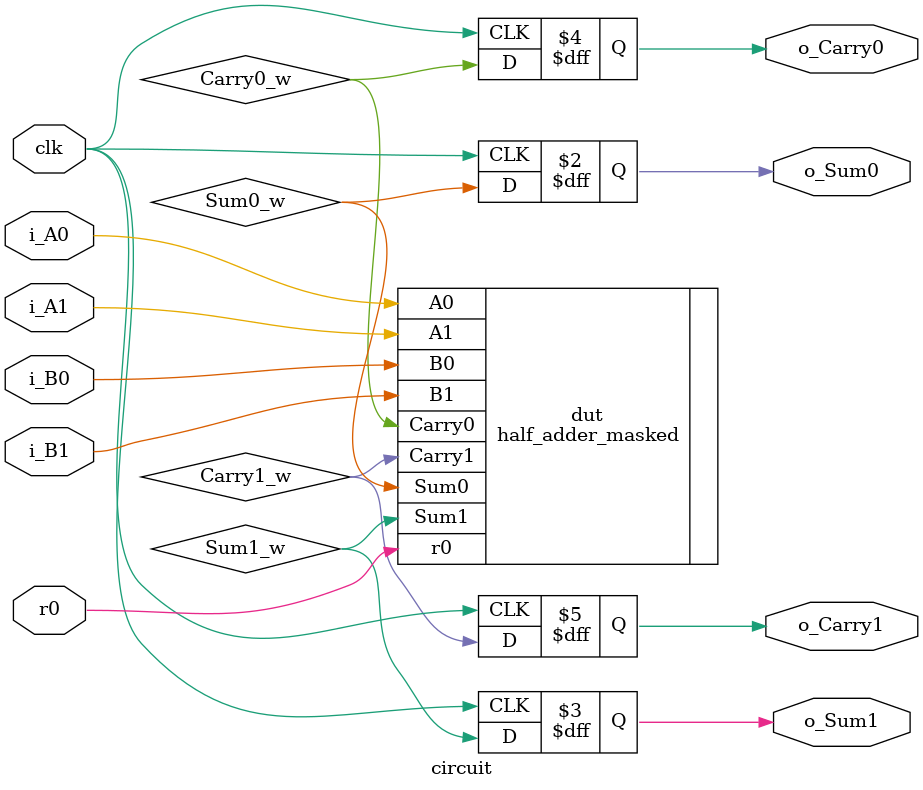
<source format=v>
module circuit (
    input  wire clk,

    input  wire i_A0,
    input  wire i_A1,
    input  wire i_B0,
    input  wire i_B1,
    input  wire r0,

    output reg  o_Sum0,
    output reg  o_Sum1,
    output reg  o_Carry0,
    output reg  o_Carry1
);

    wire Sum0_w, Sum1_w;
    wire Carry0_w, Carry1_w;

    half_adder_masked dut (
        .A0(i_A0),
        .A1(i_A1),
        .B0(i_B0),
        .B1(i_B1),
        .r0(r0),
        .Sum0(Sum0_w),
        .Sum1(Sum1_w),
        .Carry0(Carry0_w),
        .Carry1(Carry1_w)
    );

    // Register outputs (required for PROLEAD)
    always @(posedge clk) begin
        o_Sum0   <= Sum0_w;
        o_Sum1   <= Sum1_w;
        o_Carry0 <= Carry0_w;
        o_Carry1 <= Carry1_w;
    end

endmodule

</source>
